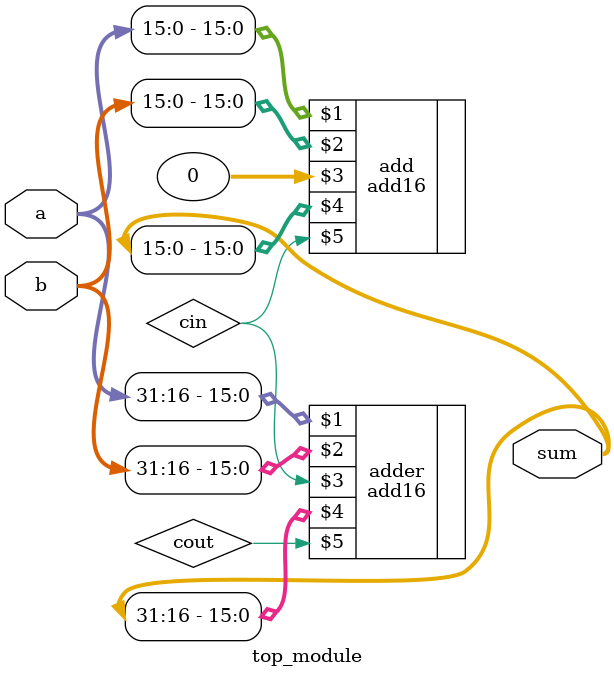
<source format=v>
module top_module(
    input [31:0] a,
    input [31:0] b,
    output [31:0] sum);
    
    wire cin, cout;
    add16 add(a[15:0],b[15:0],0,sum[15:0],cin);  
    add16 adder(a[31:16],b[31:16],cin,sum[31:16],cout);          
endmodule

</source>
